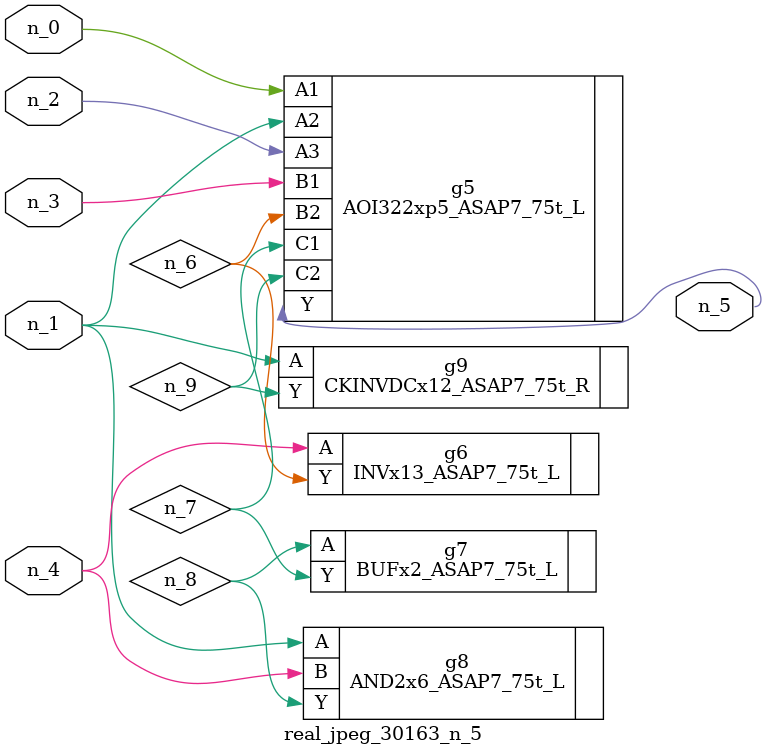
<source format=v>
module real_jpeg_30163_n_5 (n_4, n_0, n_1, n_2, n_3, n_5);

input n_4;
input n_0;
input n_1;
input n_2;
input n_3;

output n_5;

wire n_8;
wire n_6;
wire n_7;
wire n_9;

AOI322xp5_ASAP7_75t_L g5 ( 
.A1(n_0),
.A2(n_1),
.A3(n_2),
.B1(n_3),
.B2(n_6),
.C1(n_7),
.C2(n_9),
.Y(n_5)
);

AND2x6_ASAP7_75t_L g8 ( 
.A(n_1),
.B(n_4),
.Y(n_8)
);

CKINVDCx12_ASAP7_75t_R g9 ( 
.A(n_1),
.Y(n_9)
);

INVx13_ASAP7_75t_L g6 ( 
.A(n_4),
.Y(n_6)
);

BUFx2_ASAP7_75t_L g7 ( 
.A(n_8),
.Y(n_7)
);


endmodule
</source>
